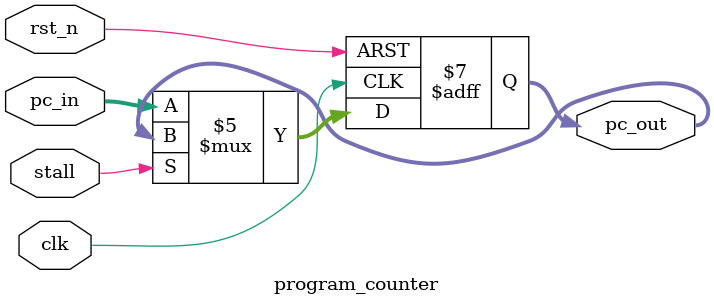
<source format=sv>

module program_counter (
    input  logic        clk,
    input  logic        rst_n,   // Active Low Reset
    input  logic        stall,   // 1 = Freeze PC
    input  logic [31:0] pc_in,   // Next PC address
    output logic [31:0] pc_out   // Current PC address
);

    always_ff @(posedge clk or negedge rst_n) begin
        if (!rst_n) begin
            pc_out <= 32'd0;
        end else if (!stall) begin
            pc_out <= pc_in;
        end
        else begin
            pc_out <= pc_out; // Hold value when stalled
        end
    end

endmodule

</source>
